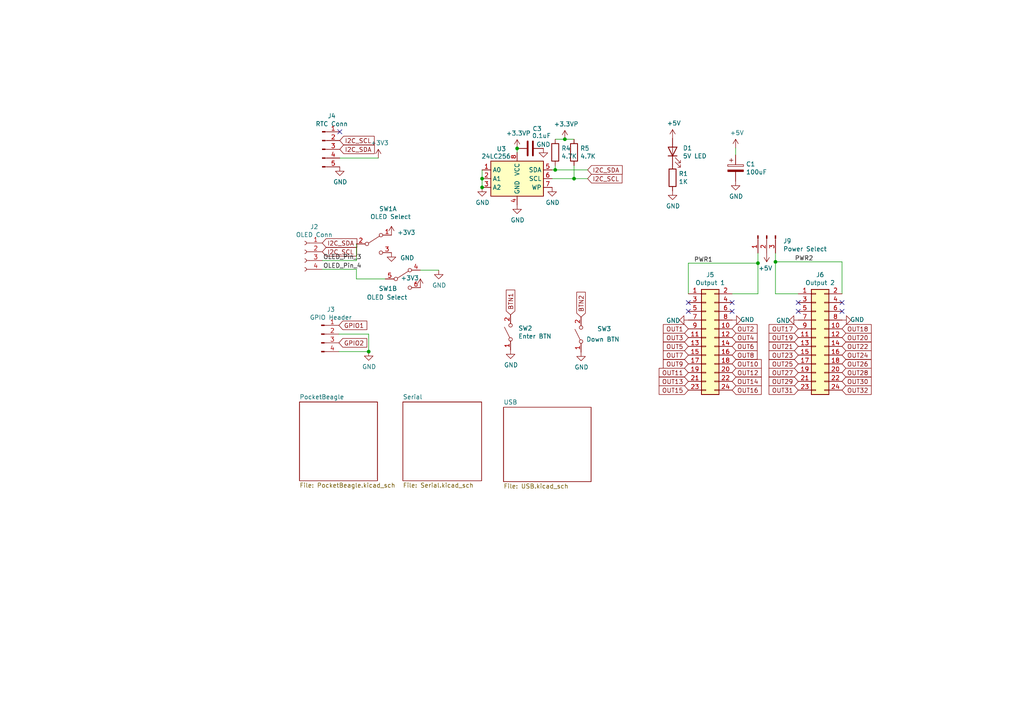
<source format=kicad_sch>
(kicad_sch (version 20211123) (generator eeschema)
  (paper "A4")
  (title_block (title "PB 16 Flex") (date "2020-10-04") (rev "v1.1") (company "Scott Hanson"))
  (lib_symbols
    (symbol "Connector:Conn_01x03_Male" (pin_names (offset 1.016) hide)
      (property "Reference" "J" (at 0 5.08 0))
      (property "Value" "Conn_01x03_Male" (at 0 -5.08 0))
      (symbol "Conn_01x03_Male_1_1"
        (polyline (pts (xy 1.27 -2.54) (xy 0.8636 -2.54)) (stroke (width 0.1524)))
        (polyline (pts (xy 1.27 0) (xy 0.8636 0)) (stroke (width 0.1524)))
        (polyline (pts (xy 1.27 2.54) (xy 0.8636 2.54)) (stroke (width 0.1524)))
        (rectangle (start 0.8636 -2.413) (end 0 -2.667) (stroke (width 0.1524)) (fill (type outline)))
        (rectangle (start 0.8636 0.127) (end 0 -0.127) (stroke (width 0.1524)) (fill (type outline)))
        (rectangle (start 0.8636 2.667) (end 0 2.413) (stroke (width 0.1524)) (fill (type outline)))
        (pin passive line (at 5.08 2.54 180) (length 3.81) (name "Pin_1") (number "1"))
        (pin passive line (at 5.08 0 180) (length 3.81) (name "Pin_2") (number "2"))
        (pin passive line (at 5.08 -2.54 180) (length 3.81) (name "Pin_3") (number "3"))
      )
    )
    (symbol "Connector:Conn_01x04_Female" (pin_names (offset 1.016) hide)
      (property "Reference" "J" (at 0 5.08 0))
      (property "Value" "Conn_01x04_Female" (at 0 -7.62 0))
      (symbol "Conn_01x04_Female_1_1"
        (arc (start 0 -4.572) (mid -0.508 -5.08) (end 0 -5.588) (stroke (width 0.1524)))
        (arc (start 0 -2.032) (mid -0.508 -2.54) (end 0 -3.048) (stroke (width 0.1524)))
        (polyline (pts (xy -1.27 -5.08) (xy -0.508 -5.08)) (stroke (width 0.1524)))
        (polyline (pts (xy -1.27 -2.54) (xy -0.508 -2.54)) (stroke (width 0.1524)))
        (polyline (pts (xy -1.27 0) (xy -0.508 0)) (stroke (width 0.1524)))
        (polyline (pts (xy -1.27 2.54) (xy -0.508 2.54)) (stroke (width 0.1524)))
        (arc (start 0 0.508) (mid -0.508 0) (end 0 -0.508) (stroke (width 0.1524)))
        (arc (start 0 3.048) (mid -0.508 2.54) (end 0 2.032) (stroke (width 0.1524)))
        (pin passive line (at -5.08 2.54 0) (length 3.81) (name "Pin_1") (number "1"))
        (pin passive line (at -5.08 0 0) (length 3.81) (name "Pin_2") (number "2"))
        (pin passive line (at -5.08 -2.54 0) (length 3.81) (name "Pin_3") (number "3"))
        (pin passive line (at -5.08 -5.08 0) (length 3.81) (name "Pin_4") (number "4"))
      )
    )
    (symbol "Connector:Conn_01x04_Male" (pin_names (offset 1.016) hide)
      (property "Reference" "J" (at 0 5.08 0))
      (property "Value" "Conn_01x04_Male" (at 0 -7.62 0))
      (symbol "Conn_01x04_Male_1_1"
        (polyline (pts (xy 1.27 -5.08) (xy 0.8636 -5.08)) (stroke (width 0.1524)))
        (polyline (pts (xy 1.27 -2.54) (xy 0.8636 -2.54)) (stroke (width 0.1524)))
        (polyline (pts (xy 1.27 0) (xy 0.8636 0)) (stroke (width 0.1524)))
        (polyline (pts (xy 1.27 2.54) (xy 0.8636 2.54)) (stroke (width 0.1524)))
        (rectangle (start 0.8636 -4.953) (end 0 -5.207) (stroke (width 0.1524)) (fill (type outline)))
        (rectangle (start 0.8636 -2.413) (end 0 -2.667) (stroke (width 0.1524)) (fill (type outline)))
        (rectangle (start 0.8636 0.127) (end 0 -0.127) (stroke (width 0.1524)) (fill (type outline)))
        (rectangle (start 0.8636 2.667) (end 0 2.413) (stroke (width 0.1524)) (fill (type outline)))
        (pin passive line (at 5.08 2.54 180) (length 3.81) (name "Pin_1") (number "1"))
        (pin passive line (at 5.08 0 180) (length 3.81) (name "Pin_2") (number "2"))
        (pin passive line (at 5.08 -2.54 180) (length 3.81) (name "Pin_3") (number "3"))
        (pin passive line (at 5.08 -5.08 180) (length 3.81) (name "Pin_4") (number "4"))
      )
    )
    (symbol "Connector:Conn_01x05_Male" (pin_names (offset 1.016) hide)
      (property "Reference" "J" (at 0 7.62 0))
      (property "Value" "Conn_01x05_Male" (at 0 -7.62 0))
      (symbol "Conn_01x05_Male_1_1"
        (polyline (pts (xy 1.27 -5.08) (xy 0.8636 -5.08)) (stroke (width 0.1524)))
        (polyline (pts (xy 1.27 -2.54) (xy 0.8636 -2.54)) (stroke (width 0.1524)))
        (polyline (pts (xy 1.27 0) (xy 0.8636 0)) (stroke (width 0.1524)))
        (polyline (pts (xy 1.27 2.54) (xy 0.8636 2.54)) (stroke (width 0.1524)))
        (polyline (pts (xy 1.27 5.08) (xy 0.8636 5.08)) (stroke (width 0.1524)))
        (rectangle (start 0.8636 -4.953) (end 0 -5.207) (stroke (width 0.1524)) (fill (type outline)))
        (rectangle (start 0.8636 -2.413) (end 0 -2.667) (stroke (width 0.1524)) (fill (type outline)))
        (rectangle (start 0.8636 0.127) (end 0 -0.127) (stroke (width 0.1524)) (fill (type outline)))
        (rectangle (start 0.8636 2.667) (end 0 2.413) (stroke (width 0.1524)) (fill (type outline)))
        (rectangle (start 0.8636 5.207) (end 0 4.953) (stroke (width 0.1524)) (fill (type outline)))
        (pin passive line (at 5.08 5.08 180) (length 3.81) (name "Pin_1") (number "1"))
        (pin passive line (at 5.08 2.54 180) (length 3.81) (name "Pin_2") (number "2"))
        (pin passive line (at 5.08 0 180) (length 3.81) (name "Pin_3") (number "3"))
        (pin passive line (at 5.08 -2.54 180) (length 3.81) (name "Pin_4") (number "4"))
        (pin passive line (at 5.08 -5.08 180) (length 3.81) (name "Pin_5") (number "5"))
      )
    )
    (symbol "Connector_Generic:Conn_02x12_Odd_Even" (pin_names (offset 1.016) hide)
      (property "Reference" "J" (at 1.27 15.24 0))
      (property "Value" "Conn_02x12_Odd_Even" (at 1.27 -17.78 0))
      (symbol "Conn_02x12_Odd_Even_1_1"
        (rectangle (start -1.27 -15.113) (end 0 -15.367) (stroke (width 0.1524)))
        (rectangle (start -1.27 -12.573) (end 0 -12.827) (stroke (width 0.1524)))
        (rectangle (start -1.27 -10.033) (end 0 -10.287) (stroke (width 0.1524)))
        (rectangle (start -1.27 -7.493) (end 0 -7.747) (stroke (width 0.1524)))
        (rectangle (start -1.27 -4.953) (end 0 -5.207) (stroke (width 0.1524)))
        (rectangle (start -1.27 -2.413) (end 0 -2.667) (stroke (width 0.1524)))
        (rectangle (start -1.27 0.127) (end 0 -0.127) (stroke (width 0.1524)))
        (rectangle (start -1.27 2.667) (end 0 2.413) (stroke (width 0.1524)))
        (rectangle (start -1.27 5.207) (end 0 4.953) (stroke (width 0.1524)))
        (rectangle (start -1.27 7.747) (end 0 7.493) (stroke (width 0.1524)))
        (rectangle (start -1.27 10.287) (end 0 10.033) (stroke (width 0.1524)))
        (rectangle (start -1.27 12.827) (end 0 12.573) (stroke (width 0.1524)))
        (rectangle (start -1.27 13.97) (end 3.81 -16.51) (stroke (width 0.254)) (fill (type background)))
        (rectangle (start 3.81 -15.113) (end 2.54 -15.367) (stroke (width 0.1524)))
        (rectangle (start 3.81 -12.573) (end 2.54 -12.827) (stroke (width 0.1524)))
        (rectangle (start 3.81 -10.033) (end 2.54 -10.287) (stroke (width 0.1524)))
        (rectangle (start 3.81 -7.493) (end 2.54 -7.747) (stroke (width 0.1524)))
        (rectangle (start 3.81 -4.953) (end 2.54 -5.207) (stroke (width 0.1524)))
        (rectangle (start 3.81 -2.413) (end 2.54 -2.667) (stroke (width 0.1524)))
        (rectangle (start 3.81 0.127) (end 2.54 -0.127) (stroke (width 0.1524)))
        (rectangle (start 3.81 2.667) (end 2.54 2.413) (stroke (width 0.1524)))
        (rectangle (start 3.81 5.207) (end 2.54 4.953) (stroke (width 0.1524)))
        (rectangle (start 3.81 7.747) (end 2.54 7.493) (stroke (width 0.1524)))
        (rectangle (start 3.81 10.287) (end 2.54 10.033) (stroke (width 0.1524)))
        (rectangle (start 3.81 12.827) (end 2.54 12.573) (stroke (width 0.1524)))
        (pin passive line (at -5.08 12.7 0) (length 3.81) (name "Pin_1") (number "1"))
        (pin passive line (at 7.62 2.54 180) (length 3.81) (name "Pin_10") (number "10"))
        (pin passive line (at -5.08 0 0) (length 3.81) (name "Pin_11") (number "11"))
        (pin passive line (at 7.62 0 180) (length 3.81) (name "Pin_12") (number "12"))
        (pin passive line (at -5.08 -2.54 0) (length 3.81) (name "Pin_13") (number "13"))
        (pin passive line (at 7.62 -2.54 180) (length 3.81) (name "Pin_14") (number "14"))
        (pin passive line (at -5.08 -5.08 0) (length 3.81) (name "Pin_15") (number "15"))
        (pin passive line (at 7.62 -5.08 180) (length 3.81) (name "Pin_16") (number "16"))
        (pin passive line (at -5.08 -7.62 0) (length 3.81) (name "Pin_17") (number "17"))
        (pin passive line (at 7.62 -7.62 180) (length 3.81) (name "Pin_18") (number "18"))
        (pin passive line (at -5.08 -10.16 0) (length 3.81) (name "Pin_19") (number "19"))
        (pin passive line (at 7.62 12.7 180) (length 3.81) (name "Pin_2") (number "2"))
        (pin passive line (at 7.62 -10.16 180) (length 3.81) (name "Pin_20") (number "20"))
        (pin passive line (at -5.08 -12.7 0) (length 3.81) (name "Pin_21") (number "21"))
        (pin passive line (at 7.62 -12.7 180) (length 3.81) (name "Pin_22") (number "22"))
        (pin passive line (at -5.08 -15.24 0) (length 3.81) (name "Pin_23") (number "23"))
        (pin passive line (at 7.62 -15.24 180) (length 3.81) (name "Pin_24") (number "24"))
        (pin passive line (at -5.08 10.16 0) (length 3.81) (name "Pin_3") (number "3"))
        (pin passive line (at 7.62 10.16 180) (length 3.81) (name "Pin_4") (number "4"))
        (pin passive line (at -5.08 7.62 0) (length 3.81) (name "Pin_5") (number "5"))
        (pin passive line (at 7.62 7.62 180) (length 3.81) (name "Pin_6") (number "6"))
        (pin passive line (at -5.08 5.08 0) (length 3.81) (name "Pin_7") (number "7"))
        (pin passive line (at 7.62 5.08 180) (length 3.81) (name "Pin_8") (number "8"))
        (pin passive line (at -5.08 2.54 0) (length 3.81) (name "Pin_9") (number "9"))
      )
    )
    (symbol "Device:C" (pin_numbers hide) (pin_names (offset 0.254))
      (property "Reference" "C" (at 0.635 2.54 0))
      (property "Value" "C" (at 0.635 -2.54 0))
      (symbol "C_0_1"
        (polyline (pts (xy -2.032 -0.762) (xy 2.032 -0.762)) (stroke (width 0.508)))
        (polyline (pts (xy -2.032 0.762) (xy 2.032 0.762)) (stroke (width 0.508)))
      )
      (symbol "C_1_1"
        (pin passive line (at 0 3.81 270) (length 2.794) (name "~") (number "1"))
        (pin passive line (at 0 -3.81 90) (length 2.794) (name "~") (number "2"))
      )
    )
    (symbol "Device:LED" (pin_numbers hide) (pin_names (offset 1.016) hide)
      (property "Reference" "D" (at 0 2.54 0))
      (property "Value" "LED" (at 0 -2.54 0))
      (symbol "LED_0_1"
        (polyline (pts (xy -1.27 -1.27) (xy -1.27 1.27)) (stroke (width 0.254)))
        (polyline (pts (xy -1.27 0) (xy 1.27 0)))
        (polyline (pts (xy 1.27 -1.27) (xy 1.27 1.27) (xy -1.27 0) (xy 1.27 -1.27)) (stroke (width 0.254)))
        (polyline (pts (xy -3.048 -0.762) (xy -4.572 -2.286) (xy -3.81 -2.286) (xy -4.572 -2.286) (xy -4.572 -1.524)))
        (polyline (pts (xy -1.778 -0.762) (xy -3.302 -2.286) (xy -2.54 -2.286) (xy -3.302 -2.286) (xy -3.302 -1.524)))
      )
      (symbol "LED_1_1"
        (pin passive line (at -3.81 0 0) (length 2.54) (name "K") (number "1"))
        (pin passive line (at 3.81 0 180) (length 2.54) (name "A") (number "2"))
      )
    )
    (symbol "Device:R" (pin_numbers hide) (pin_names (offset 0))
      (property "Reference" "R" (at 2.032 0 90))
      (property "Value" "R" (at 0 0 90))
      (symbol "R_0_1"
        (rectangle (start -1.016 -2.54) (end 1.016 2.54) (stroke (width 0.254)))
      )
      (symbol "R_1_1"
        (pin passive line (at 0 3.81 270) (length 1.27) (name "~") (number "1"))
        (pin passive line (at 0 -3.81 90) (length 1.27) (name "~") (number "2"))
      )
    )
    (symbol "Memory_EEPROM:24LC256"
      (property "Reference" "U" (at -6.35 6.35 0))
      (property "Value" "24LC256" (at 1.27 6.35 0))
      (symbol "24LC256_1_1"
        (rectangle (start -7.62 5.08) (end 7.62 -5.08) (stroke (width 0.254)) (fill (type background)))
        (pin input line (at -10.16 2.54 0) (length 2.54) (name "A0") (number "1"))
        (pin input line (at -10.16 0 0) (length 2.54) (name "A1") (number "2"))
        (pin input line (at -10.16 -2.54 0) (length 2.54) (name "A2") (number "3"))
        (pin power_in line (at 0 -7.62 90) (length 2.54) (name "GND") (number "4"))
        (pin bidirectional line (at 10.16 2.54 180) (length 2.54) (name "SDA") (number "5"))
        (pin input line (at 10.16 0 180) (length 2.54) (name "SCL") (number "6"))
        (pin input line (at 10.16 -2.54 180) (length 2.54) (name "WP") (number "7"))
        (pin power_in line (at 0 7.62 270) (length 2.54) (name "VCC") (number "8"))
      )
    )
    (symbol "PB_16-rescue:+3.3V-power" (power) (pin_names (offset 0))
      (property "Value" "+3.3V-power" (at 0 3.556 0))
      (symbol "+3.3V-power_0_1"
        (polyline (pts (xy -0.762 1.27) (xy 0 2.54)))
        (polyline (pts (xy 0 0) (xy 0 2.54)))
        (polyline (pts (xy 0 2.54) (xy 0.762 1.27)))
      )
      (symbol "+3.3V-power_1_1"
        (pin power_in line (at 0 0 90) (length 0) hide (name "+3V3") (number "1"))
      )
    )
    (symbol "PB_16-rescue:CP-Device" (pin_numbers hide) (pin_names (offset 0.254))
      (property "Reference" "C" (at 0.635 2.54 0))
      (property "Value" "CP-Device" (at 0.635 -2.54 0))
      (symbol "CP-Device_0_1"
        (rectangle (start -2.286 0.508) (end 2.286 1.016))
        (polyline (pts (xy -1.778 2.286) (xy -0.762 2.286)))
        (polyline (pts (xy -1.27 2.794) (xy -1.27 1.778)))
        (rectangle (start 2.286 -0.508) (end -2.286 -1.016) (fill (type outline)))
      )
      (symbol "CP-Device_1_1"
        (pin passive line (at 0 3.81 270) (length 2.794) (name "~") (number "1"))
        (pin passive line (at 0 -3.81 90) (length 2.794) (name "~") (number "2"))
      )
    )
    (symbol "Switch:SW_DPDT_x2" (pin_names (offset 0) hide)
      (property "Reference" "SW" (at 0 4.318 0))
      (property "Value" "SW_DPDT_x2" (at 0 -5.08 0))
      (symbol "SW_DPDT_x2_0_0"
        (circle (center -2.032 0) (radius 0.508))
        (circle (center 2.032 -2.54) (radius 0.508))
      )
      (symbol "SW_DPDT_x2_0_1"
        (polyline (pts (xy -1.524 0.254) (xy 1.651 2.286)))
        (circle (center 2.032 2.54) (radius 0.508))
      )
      (symbol "SW_DPDT_x2_1_1"
        (pin passive line (at 5.08 2.54 180) (length 2.54) (name "A") (number "1"))
        (pin passive line (at -5.08 0 0) (length 2.54) (name "B") (number "2"))
        (pin passive line (at 5.08 -2.54 180) (length 2.54) (name "C") (number "3"))
      )
      (symbol "SW_DPDT_x2_2_1"
        (pin passive line (at 5.08 2.54 180) (length 2.54) (name "A") (number "4"))
        (pin passive line (at -5.08 0 0) (length 2.54) (name "B") (number "5"))
        (pin passive line (at 5.08 -2.54 180) (length 2.54) (name "C") (number "6"))
      )
    )
    (symbol "Switch:SW_SPST" (pin_names (offset 0) hide)
      (property "Reference" "SW" (at 0 3.175 0))
      (property "Value" "SW_SPST" (at 0 -2.54 0))
      (symbol "SW_SPST_0_0"
        (circle (center -2.032 0) (radius 0.508))
        (polyline (pts (xy -1.524 0.254) (xy 1.524 1.778)))
        (circle (center 2.032 0) (radius 0.508))
      )
      (symbol "SW_SPST_1_1"
        (pin passive line (at -5.08 0 0) (length 2.54) (name "A") (number "1"))
        (pin passive line (at 5.08 0 180) (length 2.54) (name "B") (number "2"))
      )
    )
    (symbol "power:+3.3VP" (power) (pin_names (offset 0))
      (property "Value" "+3.3VP" (at 0 2.54 0))
      (symbol "+3.3VP_0_0"
        (pin power_in line (at 0 0 90) (length 0) hide (name "+3.3VP") (number "1"))
      )
      (symbol "+3.3VP_0_1"
        (polyline (pts (xy -0.762 1.27) (xy 0 2.54)))
        (polyline (pts (xy 0 0) (xy 0 2.54)))
        (polyline (pts (xy 0 2.54) (xy 0.762 1.27)))
      )
    )
    (symbol "power:+5V" (power) (pin_names (offset 0))
      (property "Value" "+5V" (at 0 3.556 0))
      (symbol "+5V_0_1"
        (polyline (pts (xy -0.762 1.27) (xy 0 2.54)))
        (polyline (pts (xy 0 0) (xy 0 2.54)))
        (polyline (pts (xy 0 2.54) (xy 0.762 1.27)))
      )
      (symbol "+5V_1_1"
        (pin power_in line (at 0 0 90) (length 0) hide (name "+5V") (number "1"))
      )
    )
    (symbol "power:GND" (power) (pin_names (offset 0))
      (property "Value" "GND" (at 0 -3.81 0))
      (symbol "GND_0_1"
        (polyline (pts (xy 0 0) (xy 0 -1.27) (xy 1.27 -1.27) (xy 0 -2.54) (xy -1.27 -1.27) (xy 0 -1.27)))
      )
      (symbol "GND_1_1"
        (pin power_in line (at 0 0 270) (length 0) hide (name "GND") (number "1"))
      )
    )
  )
  (junction (at 106.934 101.981))
  (junction (at 163.83 40.386))
  (junction (at 149.987 43.053))
  (junction (at 139.827 51.816))
  (junction (at 139.827 54.356))
  (junction (at 166.497 51.816))
  (junction (at 219.837 76.327))
  (junction (at 161.036 49.276))
  (junction (at 224.917 75.946))
  (no_connect (at 244.221 90.297))
  (no_connect (at 199.644 87.757))
  (no_connect (at 199.644 90.297))
  (no_connect (at 212.344 87.757))
  (no_connect (at 231.521 90.297))
  (no_connect (at 231.521 87.757))
  (no_connect (at 212.344 90.297))
  (no_connect (at 244.221 87.757))
  (no_connect (at 98.552 38.227))
  (wire (pts (xy 98.298 96.901) (xy 106.934 96.901)))
  (wire (pts (xy 106.934 101.981) (xy 98.298 101.981)))
  (wire (pts (xy 199.644 76.327) (xy 219.837 76.327)))
  (wire (pts (xy 224.917 85.217) (xy 231.521 85.217)))
  (wire (pts (xy 219.837 76.327) (xy 219.837 85.217)))
  (wire (pts (xy 219.837 85.217) (xy 212.344 85.217)))
  (wire (pts (xy 127.254 78.359) (xy 121.92 78.359)))
  (wire (pts (xy 93.472 75.565) (xy 103.378 75.565)))
  (wire (pts (xy 161.036 40.386) (xy 163.83 40.386)))
  (wire (pts (xy 213.36 44.958) (xy 213.36 42.926)))
  (wire (pts (xy 161.036 48.006) (xy 161.036 49.276)))
  (wire (pts (xy 160.147 49.276) (xy 161.036 49.276)))
  (wire (pts (xy 244.221 75.946) (xy 224.917 75.946)))
  (wire (pts (xy 224.917 75.946) (xy 224.917 73.406)))
  (wire (pts (xy 244.221 85.217) (xy 244.221 75.946)))
  (wire (pts (xy 160.147 51.816) (xy 166.497 51.816)))
  (wire (pts (xy 98.552 45.847) (xy 109.728 45.847)))
  (wire (pts (xy 224.917 75.946) (xy 224.917 85.217)))
  (wire (pts (xy 93.472 78.105) (xy 103.378 78.105)))
  (wire (pts (xy 106.934 96.901) (xy 106.934 101.981)))
  (wire (pts (xy 163.83 40.386) (xy 166.497 40.386)))
  (wire (pts (xy 161.036 49.276) (xy 170.434 49.276)))
  (wire (pts (xy 149.987 44.196) (xy 149.987 43.053)))
  (wire (pts (xy 199.644 85.217) (xy 199.644 76.327)))
  (wire (pts (xy 139.827 49.276) (xy 139.827 51.816)))
  (wire (pts (xy 219.837 73.406) (xy 219.837 76.327)))
  (wire (pts (xy 103.378 70.739) (xy 103.378 75.565)))
  (wire (pts (xy 111.76 80.899) (xy 103.378 80.899)))
  (wire (pts (xy 139.827 51.816) (xy 139.827 54.356)))
  (wire (pts (xy 103.378 78.105) (xy 103.378 80.899)))
  (wire (pts (xy 166.497 48.006) (xy 166.497 51.816)))
  (wire (pts (xy 166.497 51.816) (xy 170.434 51.816)))
  (label "OLED_Pin_3" (at 93.726 75.565 0))
  (label "PWR2" (at 230.505 75.946 0))
  (label "PWR1" (at 201.295 76.327 0))
  (label "OLED_Pin_4" (at 93.726 78.105 0))
  (global_label "OUT29" (shape input) (at 231.521 110.617 180) (property "Intersheet References" "${INTERSHEET_REFS}" (effects hide)))
  (global_label "OUT1" (shape input) (at 199.644 95.377 180) (property "Intersheet References" "${INTERSHEET_REFS}" (effects hide)))
  (global_label "OUT28" (shape input) (at 244.221 108.077 0) (property "Intersheet References" "${INTERSHEET_REFS}" (effects hide)))
  (global_label "OUT18" (shape input) (at 244.221 95.377 0) (property "Intersheet References" "${INTERSHEET_REFS}" (effects hide)))
  (global_label "OUT3" (shape input) (at 199.644 97.917 180) (property "Intersheet References" "${INTERSHEET_REFS}" (effects hide)))
  (global_label "OUT8" (shape input) (at 212.344 102.997 0) (property "Intersheet References" "${INTERSHEET_REFS}" (effects hide)))
  (global_label "BTN1" (shape input) (at 148.082 91.313 90) (property "Intersheet References" "${INTERSHEET_REFS}" (effects hide)))
  (global_label "OUT27" (shape input) (at 231.521 108.077 180) (property "Intersheet References" "${INTERSHEET_REFS}" (effects hide)))
  (global_label "OUT5" (shape input) (at 199.644 100.457 180) (property "Intersheet References" "${INTERSHEET_REFS}" (effects hide)))
  (global_label "OUT6" (shape input) (at 212.344 100.457 0) (property "Intersheet References" "${INTERSHEET_REFS}" (effects hide)))
  (global_label "I2C_SCL" (shape input) (at 170.434 51.816 0) (property "Intersheet References" "${INTERSHEET_REFS}" (effects hide)))
  (global_label "OUT10" (shape input) (at 212.344 105.537 0) (property "Intersheet References" "${INTERSHEET_REFS}" (effects hide)))
  (global_label "OUT15" (shape input) (at 199.644 113.157 180) (property "Intersheet References" "${INTERSHEET_REFS}" (effects hide)))
  (global_label "I2C_SDA" (shape input) (at 93.472 70.485 0) (property "Intersheet References" "${INTERSHEET_REFS}" (effects hide)))
  (global_label "OUT22" (shape input) (at 244.221 100.457 0) (property "Intersheet References" "${INTERSHEET_REFS}" (effects hide)))
  (global_label "OUT26" (shape input) (at 244.221 105.537 0) (property "Intersheet References" "${INTERSHEET_REFS}" (effects hide)))
  (global_label "OUT12" (shape input) (at 212.344 108.077 0) (property "Intersheet References" "${INTERSHEET_REFS}" (effects hide)))
  (global_label "OUT7" (shape input) (at 199.644 102.997 180) (property "Intersheet References" "${INTERSHEET_REFS}" (effects hide)))
  (global_label "OUT4" (shape input) (at 212.344 97.917 0) (property "Intersheet References" "${INTERSHEET_REFS}" (effects hide)))
  (global_label "OUT32" (shape input) (at 244.221 113.157 0) (property "Intersheet References" "${INTERSHEET_REFS}" (effects hide)))
  (global_label "OUT20" (shape input) (at 244.221 97.917 0) (property "Intersheet References" "${INTERSHEET_REFS}" (effects hide)))
  (global_label "BTN2" (shape input) (at 168.529 91.948 90) (property "Intersheet References" "${INTERSHEET_REFS}" (effects hide)))
  (global_label "OUT30" (shape input) (at 244.221 110.617 0) (property "Intersheet References" "${INTERSHEET_REFS}" (effects hide)))
  (global_label "OUT17" (shape input) (at 231.521 95.377 180) (property "Intersheet References" "${INTERSHEET_REFS}" (effects hide)))
  (global_label "OUT2" (shape input) (at 212.344 95.377 0) (property "Intersheet References" "${INTERSHEET_REFS}" (effects hide)))
  (global_label "I2C_SDA" (shape input) (at 98.552 43.307 0) (property "Intersheet References" "${INTERSHEET_REFS}" (effects hide)))
  (global_label "GPIO2" (shape input) (at 98.298 99.441 0) (property "Intersheet References" "${INTERSHEET_REFS}" (effects hide)))
  (global_label "I2C_SDA" (shape input) (at 170.434 49.276 0) (property "Intersheet References" "${INTERSHEET_REFS}" (effects hide)))
  (global_label "OUT13" (shape input) (at 199.644 110.617 180) (property "Intersheet References" "${INTERSHEET_REFS}" (effects hide)))
  (global_label "I2C_SCL" (shape input) (at 93.472 73.025 0) (property "Intersheet References" "${INTERSHEET_REFS}" (effects hide)))
  (global_label "OUT9" (shape input) (at 199.644 105.537 180) (property "Intersheet References" "${INTERSHEET_REFS}" (effects hide)))
  (global_label "OUT21" (shape input) (at 231.521 100.457 180) (property "Intersheet References" "${INTERSHEET_REFS}" (effects hide)))
  (global_label "OUT19" (shape input) (at 231.521 97.917 180) (property "Intersheet References" "${INTERSHEET_REFS}" (effects hide)))
  (global_label "OUT24" (shape input) (at 244.221 102.997 0) (property "Intersheet References" "${INTERSHEET_REFS}" (effects hide)))
  (global_label "OUT25" (shape input) (at 231.521 105.537 180) (property "Intersheet References" "${INTERSHEET_REFS}" (effects hide)))
  (global_label "OUT14" (shape input) (at 212.344 110.617 0) (property "Intersheet References" "${INTERSHEET_REFS}" (effects hide)))
  (global_label "OUT11" (shape input) (at 199.644 108.077 180) (property "Intersheet References" "${INTERSHEET_REFS}" (effects hide)))
  (global_label "OUT16" (shape input) (at 212.344 113.157 0) (property "Intersheet References" "${INTERSHEET_REFS}" (effects hide)))
  (global_label "OUT31" (shape input) (at 231.521 113.157 180) (property "Intersheet References" "${INTERSHEET_REFS}" (effects hide)))
  (global_label "I2C_SCL" (shape input) (at 98.552 40.767 0) (property "Intersheet References" "${INTERSHEET_REFS}" (effects hide)))
  (global_label "OUT23" (shape input) (at 231.521 102.997 180) (property "Intersheet References" "${INTERSHEET_REFS}" (effects hide)))
  (global_label "GPIO1" (shape input) (at 98.298 94.361 0) (property "Intersheet References" "${INTERSHEET_REFS}" (effects hide)))
  (symbol (lib_id "PB_16-rescue:CP-Device") (at 213.36 48.768 0) (unit 1)
    (property "Reference" "C1" (at 216.3572 47.5996 0) (effects (justify left)))
    (property "Value" "100uF" (at 216.3572 49.911 0) (effects (justify left)))
    (property "Footprint" "Capacitor_SMD:CP_Elec_6.3x5.4_Nichicon" (effects hide))
    (property "Digi-Key_PN" "493-2105-1-ND" (effects hide))
    (property "MPN" "UWX1C101MCL1GB" (effects hide))
    (property "LCSC" "C134723" (effects hide))
  )
  (symbol (lib_id "power:GND") (at 213.36 52.578 0) (unit 1)
    (property "Reference" "#PWR024" (effects hide))
    (property "Value" "GND" (at 213.487 56.9722 0))
  )
  (symbol (lib_id "power:+5V") (at 213.36 42.926 0) (unit 1)
    (property "Reference" "#PWR023" (effects hide))
    (property "Value" "+5V" (at 213.741 38.5318 0))
  )
  (symbol (lib_id "Connector:Conn_01x05_Male") (at 93.472 43.307 0) (unit 1)
    (property "Reference" "J4" (at 96.2152 33.6296 0))
    (property "Value" "RTC Conn" (at 96.2152 35.941 0))
    (property "Footprint" "Connector_PinHeader_2.54mm:PinHeader_1x05_P2.54mm_Vertical" (effects hide))
    (property "Digi-Key_PN" "732-5318-ND" (effects hide))
    (property "MPN" "61300511121" (effects hide))
  )
  (symbol (lib_id "power:GND") (at 98.552 48.387 0) (unit 1)
    (property "Reference" "#PWR05" (effects hide))
    (property "Value" "GND" (at 98.679 52.7812 0))
  )
  (symbol (lib_id "Connector:Conn_01x04_Female") (at 88.392 73.025 0) (mirror y) (unit 1)
    (property "Reference" "J2" (at 91.1352 65.786 0))
    (property "Value" "OLED Conn" (at 91.1352 68.0974 0))
    (property "Footprint" "Connector_PinSocket_2.54mm:PinSocket_1x04_P2.54mm_Vertical" (effects hide))
    (property "Digi-Key_PN" "S7002-ND" (effects hide))
    (property "MPN" "PPTC041LFBN-RC" (effects hide))
  )
  (symbol (lib_id "power:GND") (at 127.254 78.359 0) (unit 1)
    (property "Reference" "#PWR011" (effects hide))
    (property "Value" "GND" (at 127.381 82.7532 0))
  )
  (symbol (lib_id "power:GND") (at 113.538 73.279 0) (unit 1)
    (property "Reference" "#PWR09" (effects hide))
    (property "Value" "GND" (at 118.11 74.803 0))
  )
  (symbol (lib_id "PB_16-rescue:+3.3V-power") (at 121.92 83.439 0) (unit 1)
    (property "Reference" "#PWR010" (effects hide))
    (property "Value" "+3.3V" (at 118.872 80.645 0))
  )
  (symbol (lib_id "PB_16-rescue:+3.3V-power") (at 109.728 45.847 0) (unit 1)
    (property "Reference" "#PWR07" (effects hide))
    (property "Value" "+3.3V" (at 110.109 41.4528 0))
  )
  (symbol (lib_id "PB_16-rescue:+3.3V-power") (at 113.538 68.199 0) (unit 1)
    (property "Reference" "#PWR08" (effects hide))
    (property "Value" "+3.3V" (at 117.856 67.437 0))
  )
  (symbol (lib_id "Switch:SW_DPDT_x2") (at 108.458 70.739 0) (unit 1)
    (property "Reference" "SW1" (at 112.522 60.579 0))
    (property "Value" "OLED Select" (at 113.284 62.865 0))
    (property "Footprint" "Button_Switch_THT:SW_CuK_JS202011CQN_DPDT_Straight" (effects hide))
    (property "Digi-Key_PN" "401-2001-ND" (effects hide))
    (property "MPN" "JS202011CQN" (effects hide))
  )
  (symbol (lib_id "Switch:SW_DPDT_x2") (at 116.84 80.899 0) (unit 2)
    (property "Reference" "SW1" (at 112.522 83.693 0))
    (property "Value" "OLED Select" (at 112.268 86.233 0))
    (property "Footprint" "Button_Switch_THT:SW_CuK_JS202011CQN_DPDT_Straight" (effects hide))
    (property "Digi-Key_PN" "401-2001-ND" (effects hide))
    (property "MPN" "JS202011CQN" (effects hide))
  )
  (symbol (lib_id "Device:R") (at 195.072 51.562 180) (unit 1)
    (property "Reference" "R1" (at 196.85 50.3936 0) (effects (justify right)))
    (property "Value" "1K" (at 196.85 52.705 0) (effects (justify right)))
    (property "Footprint" "Resistor_SMD:R_0805_2012Metric_Pad1.15x1.40mm_HandSolder" (effects hide))
    (property "Digi-Key_PN" "311-1.00KCRCT-ND" (effects hide))
    (property "MPN" "RC0805FR-071KL" (effects hide))
    (property "LCSC" "C17513" (effects hide))
  )
  (symbol (lib_id "Device:LED") (at 195.072 43.942 90) (unit 1)
    (property "Reference" "D1" (at 198.0438 42.9514 90) (effects (justify right)))
    (property "Value" "5V LED" (at 198.0438 45.2628 90) (effects (justify right)))
    (property "Footprint" "LED_SMD:LED_0805_2012Metric_Pad1.15x1.40mm_HandSolder" (effects hide))
    (property "Digi-Key_PN" "160-1423-1-ND" (effects hide))
    (property "MPN" "LTST-C171GKT" (effects hide))
    (property "LCSC" "C2297" (effects hide))
  )
  (symbol (lib_id "power:+5V") (at 195.072 40.132 0) (unit 1)
    (property "Reference" "#PWR030" (effects hide))
    (property "Value" "+5V" (at 195.453 35.7378 0))
  )
  (symbol (lib_id "power:GND") (at 195.072 55.372 0) (unit 1)
    (property "Reference" "#PWR031" (effects hide))
    (property "Value" "GND" (at 195.199 59.7662 0))
  )
  (symbol (lib_id "Connector:Conn_01x04_Male") (at 93.218 96.901 0) (unit 1)
    (property "Reference" "J3" (at 95.9612 89.7636 0))
    (property "Value" "GPIO Header" (at 95.9612 92.075 0))
    (property "Footprint" "Connector_JST:JST_XH_B4B-XH-A_1x04_P2.50mm_Vertical" (effects hide))
    (property "Digi-Key_PN" "455-2249-ND" (effects hide))
    (property "MPN" "B4B-XH-A(LF)(SN)" (effects hide))
  )
  (symbol (lib_id "power:GND") (at 106.934 101.981 0) (unit 1)
    (property "Reference" "#PWR06" (effects hide))
    (property "Value" "GND" (at 107.061 106.3752 0))
  )
  (symbol (lib_id "Memory_EEPROM:24LC256") (at 149.987 51.816 0) (unit 1)
    (property "Reference" "U3" (at 145.415 43.18 0))
    (property "Value" "24LC256" (at 143.891 45.339 0))
    (property "Footprint" "Package_SO:SOIC-8_3.9x4.9mm_P1.27mm" (effects hide))
    (property "Datasheet" "http://ww1.microchip.com/downloads/en/devicedoc/21203m.pdf" (effects hide))
    (property "Digi-Key_PN" "24LC256T-I/SNCT-ND" (effects hide))
    (property "MPN" "24LC256T-I/SN" (effects hide))
    (property "LCSC" "C6482" (effects hide))
  )
  (symbol (lib_id "Device:C") (at 153.797 43.053 270) (unit 1)
    (property "Reference" "C3" (at 154.432 37.338 90) (effects (justify left)))
    (property "Value" "0.1uF" (at 154.305 39.37 90) (effects (justify left)))
    (property "Footprint" "Capacitor_SMD:C_0805_2012Metric_Pad1.15x1.40mm_HandSolder" (effects hide))
    (property "Digi-Key_PN" "1276-1007-1-ND" (effects hide))
    (property "MPN" "CL21F104ZBCNNNC" (effects hide))
    (property "LCSC" "C49678" (effects hide))
  )
  (symbol (lib_id "power:GND") (at 157.607 43.053 0) (unit 1)
    (property "Reference" "#PWR026" (effects hide))
    (property "Value" "GND" (at 157.607 41.91 0))
  )
  (symbol (lib_id "power:GND") (at 149.987 59.436 0) (unit 1)
    (property "Reference" "#PWR025" (effects hide))
    (property "Value" "GND" (at 150.114 63.8302 0))
  )
  (symbol (lib_id "power:GND") (at 139.827 54.356 0) (unit 1)
    (property "Reference" "#PWR021" (effects hide))
    (property "Value" "GND" (at 139.954 58.7502 0))
  )
  (symbol (lib_id "power:GND") (at 160.147 54.356 0) (unit 1)
    (property "Reference" "#PWR029" (effects hide))
    (property "Value" "GND" (at 160.274 58.7502 0))
  )
  (symbol (lib_id "Device:R") (at 161.036 44.196 0) (unit 1)
    (property "Reference" "R4" (at 162.814 43.0276 0) (effects (justify left)))
    (property "Value" "4.7K" (at 162.814 45.339 0) (effects (justify left)))
    (property "Footprint" "Resistor_SMD:R_0805_2012Metric_Pad1.15x1.40mm_HandSolder" (effects hide))
    (property "Digi-Key_PN" "311-4.7KARCT-ND" (effects hide))
    (property "MPN" "RC0805JR-074K7L" (effects hide))
    (property "LCSC" "C17673" (effects hide))
  )
  (symbol (lib_id "Device:R") (at 166.497 44.196 0) (unit 1)
    (property "Reference" "R5" (at 168.275 43.0276 0) (effects (justify left)))
    (property "Value" "4.7K" (at 168.275 45.339 0) (effects (justify left)))
    (property "Footprint" "Resistor_SMD:R_0805_2012Metric_Pad1.15x1.40mm_HandSolder" (effects hide))
    (property "Digi-Key_PN" "311-4.7KARCT-ND" (effects hide))
    (property "MPN" "RC0805JR-074K7L" (effects hide))
    (property "LCSC" "C17673" (effects hide))
  )
  (symbol (lib_id "Switch:SW_SPST") (at 148.082 96.393 90) (unit 1)
    (property "Reference" "SW2" (at 150.3172 95.2246 90) (effects (justify right)))
    (property "Value" "Enter BTN" (at 150.3172 97.536 90) (effects (justify right)))
    (property "Footprint" "Button_Switch_THT:SW_PUSH_6mm" (effects hide))
    (property "Digi-Key_PN" "450-1650-ND" (effects hide))
    (property "MPN" "1825910-6" (effects hide))
  )
  (symbol (lib_id "Switch:SW_SPST") (at 168.529 97.028 90) (unit 1)
    (property "Reference" "SW3" (at 177.292 95.377 90) (effects (justify left)))
    (property "Value" "Down BTN" (at 179.705 98.425 90) (effects (justify left)))
    (property "Footprint" "Button_Switch_THT:SW_PUSH_6mm" (effects hide))
    (property "Digi-Key_PN" "450-1650-ND" (effects hide))
    (property "MPN" "1825910-6" (effects hide))
  )
  (symbol (lib_id "power:GND") (at 168.529 102.108 0) (unit 1)
    (property "Reference" "#PWR048" (effects hide))
    (property "Value" "GND" (at 168.656 106.5022 0))
  )
  (symbol (lib_id "power:GND") (at 148.082 101.473 0) (unit 1)
    (property "Reference" "#PWR042" (effects hide))
    (property "Value" "GND" (at 148.209 105.8672 0))
  )
  (symbol (lib_id "Connector_Generic:Conn_02x12_Odd_Even") (at 204.724 97.917 0) (unit 1)
    (property "Reference" "J5" (at 205.994 79.7052 0))
    (property "Value" "Output 1" (at 205.994 82.0166 0))
    (property "Footprint" "302-S241:OST_302-S241" (effects hide))
    (property "Digi-Key_PN" "ED10525-ND" (effects hide))
    (property "MPN" "302-S241" (effects hide))
  )
  (symbol (lib_id "power:+5V") (at 222.377 73.406 180) (unit 1)
    (property "Reference" "#PWR0101" (effects hide))
    (property "Value" "+5V" (at 221.996 77.8002 0))
  )
  (symbol (lib_id "Connector_Generic:Conn_02x12_Odd_Even") (at 236.601 97.917 0) (unit 1)
    (property "Reference" "J6" (at 237.871 79.7052 0))
    (property "Value" "Output 2" (at 237.871 82.0166 0))
    (property "Footprint" "302-S241:OST_302-S241" (effects hide))
    (property "Digi-Key_PN" "ED10525-ND" (effects hide))
    (property "MPN" "302-S241" (effects hide))
  )
  (symbol (lib_id "power:GND") (at 212.344 92.837 90) (unit 1)
    (property "Reference" "#PWR0105" (effects hide))
    (property "Value" "GND" (at 216.7382 92.71 90))
  )
  (symbol (lib_id "power:GND") (at 199.644 92.837 270) (unit 1)
    (property "Reference" "#PWR0106" (effects hide))
    (property "Value" "GND" (at 195.2498 92.964 90))
  )
  (symbol (lib_id "power:GND") (at 231.521 92.837 270) (unit 1)
    (property "Reference" "#PWR0107" (effects hide))
    (property "Value" "GND" (at 227.1268 92.964 90))
  )
  (symbol (lib_id "power:GND") (at 244.221 92.837 90) (unit 1)
    (property "Reference" "#PWR0108" (effects hide))
    (property "Value" "GND" (at 248.6152 92.71 90))
  )
  (symbol (lib_id "Connector:Conn_01x03_Male") (at 222.377 68.326 90) (mirror x) (unit 1)
    (property "Reference" "J9" (at 227.1522 69.9008 90) (effects (justify right)))
    (property "Value" "Power Select" (at 227.1522 72.2122 90) (effects (justify right)))
    (property "Footprint" "Connector_PinHeader_2.54mm:PinHeader_1x03_P2.54mm_Vertical" (effects hide))
    (property "Digi-Key_PN" "732-5316-ND" (effects hide))
    (property "MPN" "61300311121" (effects hide))
  )
  (symbol (lib_id "power:+3.3VP") (at 163.83 40.386 0) (unit 1)
    (property "Reference" "#PWR0103" (effects hide))
    (property "Value" "+3.3VP" (at 164.211 35.9918 0))
  )
  (symbol (lib_id "power:+3.3VP") (at 149.987 43.053 0) (unit 1)
    (property "Reference" "#PWR0104" (effects hide))
    (property "Value" "+3.3VP" (at 150.368 38.6588 0))
  )
  (sheet (at 86.868 116.586) (size 22.606 22.86)
    (property "Sheet name" "PocketBeagle" (at 86.868 115.8744 0) (effects (justify left bottom)))
    (property "Sheet file" "PocketBeagle.kicad_sch" (at 86.868 140.0306 0) (effects (justify left top)))
  )
  (sheet (at 116.84 116.586) (size 22.86 22.86)
    (property "Sheet name" "Serial" (at 116.84 115.8744 0) (effects (justify left bottom)))
    (property "Sheet file" "Serial.kicad_sch" (at 116.84 140.0306 0) (effects (justify left top)))
  )
  (sheet (at 146.05 118.11) (size 25.4 21.59)
    (property "Sheet name" "USB" (at 146.05 117.3984 0) (effects (justify left bottom)))
    (property "Sheet file" "USB.kicad_sch" (at 146.05 140.2846 0) (effects (justify left top)))
  )
)
</source>
